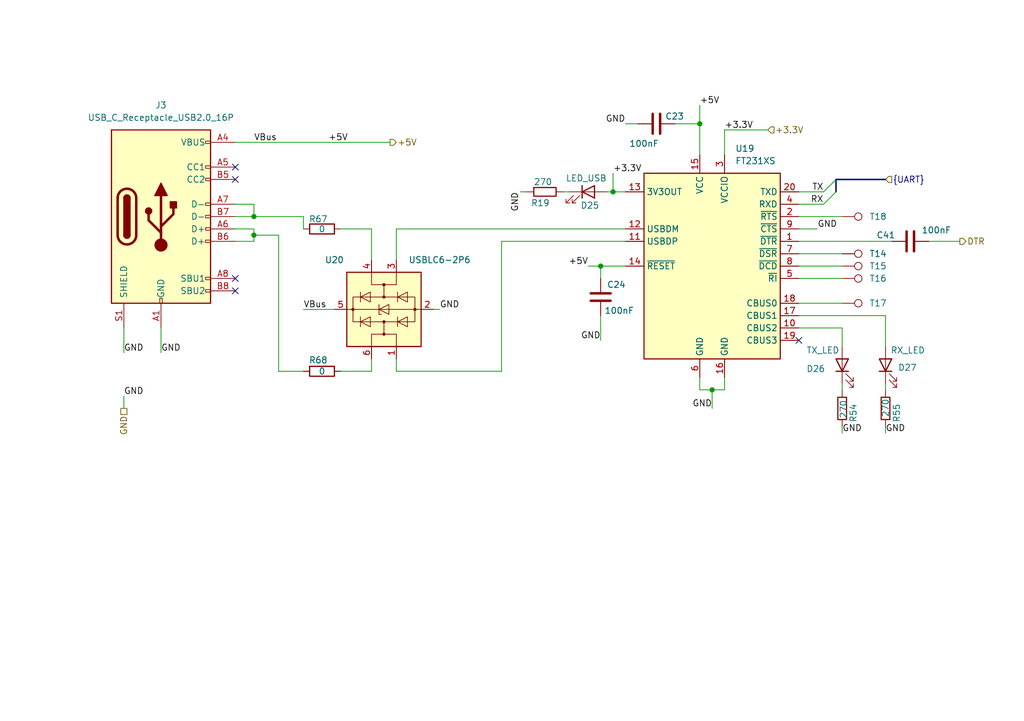
<source format=kicad_sch>
(kicad_sch (version 20231120) (generator "eeschema") (generator_version "8.0")
  (paper "A5")
  (title_block (title "Programming connector") (date "2024-04-17") (rev "1.0"))
  (lib_symbols
    (symbol "Connector:TestPoint" (pin_numbers hide) (pin_names (offset 0.762) hide)
      (property "Reference" "TP" (at 0 6.858 0))
      (property "Value" "TestPoint" (at 0 5.08 0))
      (symbol "TestPoint_0_1"
        (circle (center 0 3.302) (radius 0.762))
      )
      (symbol "TestPoint_1_1"
        (pin passive line (at 0 0 90) (length 2.54) (name "1") (number "1"))
      )
    )
    (symbol "Connector:USB_C_Receptacle_USB2.0_16P" (pin_names (offset 1.016))
      (property "Reference" "J" (at 0 22.225 0))
      (property "Value" "USB_C_Receptacle_USB2.0_16P" (at 0 19.685 0))
      (symbol "USB_C_Receptacle_USB2.0_16P_0_0"
        (rectangle (start -0.254 -17.78) (end 0.254 -16.764))
        (rectangle (start 10.16 -14.986) (end 9.144 -15.494))
        (rectangle (start 10.16 -12.446) (end 9.144 -12.954))
        (rectangle (start 10.16 -4.826) (end 9.144 -5.334))
        (rectangle (start 10.16 -2.286) (end 9.144 -2.794))
        (rectangle (start 10.16 0.254) (end 9.144 -0.254))
        (rectangle (start 10.16 2.794) (end 9.144 2.286))
        (rectangle (start 10.16 7.874) (end 9.144 7.366))
        (rectangle (start 10.16 10.414) (end 9.144 9.906))
        (rectangle (start 10.16 15.494) (end 9.144 14.986))
      )
      (symbol "USB_C_Receptacle_USB2.0_16P_0_1"
        (rectangle (start -10.16 17.78) (end 10.16 -17.78) (stroke (width 0.254)) (fill (type background)))
        (arc (start -8.89 -3.81) (mid -6.985 -5.7067) (end -5.08 -3.81) (stroke (width 0.508)))
        (arc (start -7.62 -3.81) (mid -6.985 -4.4423) (end -6.35 -3.81) (stroke (width 0.254)))
        (arc (start -7.62 -3.81) (mid -6.985 -4.4423) (end -6.35 -3.81) (stroke (width 0.254)) (fill (type outline)))
        (rectangle (start -7.62 -3.81) (end -6.35 3.81) (stroke (width 0.254)) (fill (type outline)))
        (arc (start -6.35 3.81) (mid -6.985 4.4423) (end -7.62 3.81) (stroke (width 0.254)))
        (arc (start -6.35 3.81) (mid -6.985 4.4423) (end -7.62 3.81) (stroke (width 0.254)) (fill (type outline)))
        (arc (start -5.08 3.81) (mid -6.985 5.7067) (end -8.89 3.81) (stroke (width 0.508)))
        (circle (center -2.54 1.143) (radius 0.635) (stroke (width 0.254)) (fill (type outline)))
        (circle (center 0 -5.842) (radius 1.27) (fill (type outline)))
        (polyline (pts (xy -8.89 -3.81) (xy -8.89 3.81)) (stroke (width 0.508)))
        (polyline (pts (xy -5.08 3.81) (xy -5.08 -3.81)) (stroke (width 0.508)))
        (polyline (pts (xy 0 -5.842) (xy 0 4.318)) (stroke (width 0.508)))
        (polyline (pts (xy 0 -3.302) (xy -2.54 -0.762) (xy -2.54 0.508)) (stroke (width 0.508)))
        (polyline (pts (xy 0 -2.032) (xy 2.54 0.508) (xy 2.54 1.778)) (stroke (width 0.508)))
        (polyline (pts (xy -1.27 4.318) (xy 0 6.858) (xy 1.27 4.318) (xy -1.27 4.318)) (stroke (width 0.254)) (fill (type outline)))
        (rectangle (start 1.905 1.778) (end 3.175 3.048) (stroke (width 0.254)) (fill (type outline)))
      )
      (symbol "USB_C_Receptacle_USB2.0_16P_1_1"
        (pin passive line (at 0 -22.86 90) (length 5.08) (name "GND") (number "A1"))
        (pin passive line (at 0 -22.86 90) (length 5.08) hide (name "GND") (number "A12"))
        (pin passive line (at 15.24 15.24 180) (length 5.08) (name "VBUS") (number "A4"))
        (pin bidirectional line (at 15.24 10.16 180) (length 5.08) (name "CC1") (number "A5"))
        (pin bidirectional line (at 15.24 -2.54 180) (length 5.08) (name "D+") (number "A6"))
        (pin bidirectional line (at 15.24 2.54 180) (length 5.08) (name "D-") (number "A7"))
        (pin bidirectional line (at 15.24 -12.7 180) (length 5.08) (name "SBU1") (number "A8"))
        (pin passive line (at 15.24 15.24 180) (length 5.08) hide (name "VBUS") (number "A9"))
        (pin passive line (at 0 -22.86 90) (length 5.08) hide (name "GND") (number "B1"))
        (pin passive line (at 0 -22.86 90) (length 5.08) hide (name "GND") (number "B12"))
        (pin passive line (at 15.24 15.24 180) (length 5.08) hide (name "VBUS") (number "B4"))
        (pin bidirectional line (at 15.24 7.62 180) (length 5.08) (name "CC2") (number "B5"))
        (pin bidirectional line (at 15.24 -5.08 180) (length 5.08) (name "D+") (number "B6"))
        (pin bidirectional line (at 15.24 0 180) (length 5.08) (name "D-") (number "B7"))
        (pin bidirectional line (at 15.24 -15.24 180) (length 5.08) (name "SBU2") (number "B8"))
        (pin passive line (at 15.24 15.24 180) (length 5.08) hide (name "VBUS") (number "B9"))
        (pin passive line (at -7.62 -22.86 90) (length 5.08) (name "SHIELD") (number "S1"))
      )
    )
    (symbol "Device:C" (pin_numbers hide) (pin_names (offset 0.254))
      (property "Reference" "C" (at 0.635 2.54 0))
      (property "Value" "C" (at 0.635 -2.54 0))
      (symbol "C_0_1"
        (polyline (pts (xy -2.032 -0.762) (xy 2.032 -0.762)) (stroke (width 0.508)))
        (polyline (pts (xy -2.032 0.762) (xy 2.032 0.762)) (stroke (width 0.508)))
      )
      (symbol "C_1_1"
        (pin passive line (at 0 3.81 270) (length 2.794) (name "~") (number "1"))
        (pin passive line (at 0 -3.81 90) (length 2.794) (name "~") (number "2"))
      )
    )
    (symbol "Device:LED" (pin_numbers hide) (pin_names (offset 1.016) hide)
      (property "Reference" "D" (at 0 2.54 0))
      (property "Value" "LED" (at 0 -2.54 0))
      (symbol "LED_0_1"
        (polyline (pts (xy -1.27 -1.27) (xy -1.27 1.27)) (stroke (width 0.254)))
        (polyline (pts (xy -1.27 0) (xy 1.27 0)))
        (polyline (pts (xy 1.27 -1.27) (xy 1.27 1.27) (xy -1.27 0) (xy 1.27 -1.27)) (stroke (width 0.254)))
        (polyline (pts (xy -3.048 -0.762) (xy -4.572 -2.286) (xy -3.81 -2.286) (xy -4.572 -2.286) (xy -4.572 -1.524)))
        (polyline (pts (xy -1.778 -0.762) (xy -3.302 -2.286) (xy -2.54 -2.286) (xy -3.302 -2.286) (xy -3.302 -1.524)))
      )
      (symbol "LED_1_1"
        (pin passive line (at -3.81 0 0) (length 2.54) (name "K") (number "1"))
        (pin passive line (at 3.81 0 180) (length 2.54) (name "A") (number "2"))
      )
    )
    (symbol "Device:R" (pin_numbers hide) (pin_names (offset 0))
      (property "Reference" "R" (at 2.032 0 90))
      (property "Value" "R" (at 0 0 90))
      (symbol "R_0_1"
        (rectangle (start -1.016 -2.54) (end 1.016 2.54) (stroke (width 0.254)))
      )
      (symbol "R_1_1"
        (pin passive line (at 0 3.81 270) (length 1.27) (name "~") (number "1"))
        (pin passive line (at 0 -3.81 90) (length 1.27) (name "~") (number "2"))
      )
    )
    (symbol "Interface_USB:FT231XS"
      (property "Reference" "U" (at -13.97 20.32 0))
      (property "Value" "FT231XS" (at 7.62 20.32 0))
      (symbol "FT231XS_0_1"
        (rectangle (start -13.97 19.05) (end 13.97 -19.05) (stroke (width 0.254)) (fill (type background)))
      )
      (symbol "FT231XS_1_1"
        (pin output line (at 17.78 5.08 180) (length 3.81) (name "~{DTR}") (number "1"))
        (pin bidirectional line (at 17.78 -12.7 180) (length 3.81) (name "CBUS2") (number "10"))
        (pin bidirectional line (at -17.78 5.08 0) (length 3.81) (name "USBDP") (number "11"))
        (pin bidirectional line (at -17.78 7.62 0) (length 3.81) (name "USBDM") (number "12"))
        (pin power_out line (at -17.78 15.24 0) (length 3.81) (name "3V3OUT") (number "13"))
        (pin input line (at -17.78 0 0) (length 3.81) (name "~{RESET}") (number "14"))
        (pin power_in line (at -2.54 22.86 270) (length 3.81) (name "VCC") (number "15"))
        (pin power_in line (at 2.54 -22.86 90) (length 3.81) (name "GND") (number "16"))
        (pin bidirectional line (at 17.78 -10.16 180) (length 3.81) (name "CBUS1") (number "17"))
        (pin bidirectional line (at 17.78 -7.62 180) (length 3.81) (name "CBUS0") (number "18"))
        (pin bidirectional line (at 17.78 -15.24 180) (length 3.81) (name "CBUS3") (number "19"))
        (pin output line (at 17.78 10.16 180) (length 3.81) (name "~{RTS}") (number "2"))
        (pin output line (at 17.78 15.24 180) (length 3.81) (name "TXD") (number "20"))
        (pin power_in line (at 2.54 22.86 270) (length 3.81) (name "VCCIO") (number "3"))
        (pin input line (at 17.78 12.7 180) (length 3.81) (name "RXD") (number "4"))
        (pin input line (at 17.78 -2.54 180) (length 3.81) (name "~{RI}") (number "5"))
        (pin power_in line (at -2.54 -22.86 90) (length 3.81) (name "GND") (number "6"))
        (pin input line (at 17.78 2.54 180) (length 3.81) (name "~{DSR}") (number "7"))
        (pin input line (at 17.78 0 180) (length 3.81) (name "~{DCD}") (number "8"))
        (pin input line (at 17.78 7.62 180) (length 3.81) (name "~{CTS}") (number "9"))
      )
    )
    (symbol "PCM_SL_Devices:Resistor_0.5W"
      (property "Reference" "R" (at 0 5.08 0))
      (property "Value" "Resistor_0.5W" (at 0 2.54 0))
      (symbol "Resistor_0.5W_0_1"
        (rectangle (start -2.286 0.889) (end 2.286 -0.889) (stroke (width 0.24)))
      )
      (symbol "Resistor_0.5W_1_1"
        (pin passive line (at -3.81 0 0) (length 1.5) (name "") (number "1"))
        (pin passive line (at 3.81 0 180) (length 1.5) (name "~") (number "2"))
      )
    )
    (symbol "Power_Protection:USBLC6-2P6" (pin_names hide)
      (property "Reference" "U" (at 2.54 8.89 0))
      (property "Value" "USBLC6-2P6" (at 2.54 -8.89 0))
      (symbol "USBLC6-2P6_0_1"
        (rectangle (start -7.62 -7.62) (end 7.62 7.62) (stroke (width 0.254)) (fill (type background)))
        (circle (center -5.08 0) (radius 0.254) (fill (type outline)))
        (circle (center -2.54 0) (radius 0.254) (fill (type outline)))
        (rectangle (start -2.54 6.35) (end 2.54 -6.35))
        (circle (center 0 -6.35) (radius 0.254) (fill (type outline)))
        (polyline (pts (xy -5.08 -2.54) (xy -7.62 -2.54)))
        (polyline (pts (xy -5.08 0) (xy -5.08 -2.54)))
        (polyline (pts (xy -5.08 2.54) (xy -7.62 2.54)))
        (polyline (pts (xy -1.524 -2.794) (xy -3.556 -2.794)))
        (polyline (pts (xy -1.524 4.826) (xy -3.556 4.826)))
        (polyline (pts (xy 0 -7.62) (xy 0 -6.35)))
        (polyline (pts (xy 0 -6.35) (xy 0 1.27)))
        (polyline (pts (xy 0 1.27) (xy 0 6.35)))
        (polyline (pts (xy 0 6.35) (xy 0 7.62)))
        (polyline (pts (xy 1.524 -2.794) (xy 3.556 -2.794)))
        (polyline (pts (xy 1.524 4.826) (xy 3.556 4.826)))
        (polyline (pts (xy 5.08 -2.54) (xy 7.62 -2.54)))
        (polyline (pts (xy 5.08 0) (xy 5.08 -2.54)))
        (polyline (pts (xy 5.08 2.54) (xy 7.62 2.54)))
        (polyline (pts (xy -2.54 0) (xy -5.08 0) (xy -5.08 2.54)))
        (polyline (pts (xy 2.54 0) (xy 5.08 0) (xy 5.08 2.54)))
        (polyline (pts (xy -3.556 -4.826) (xy -1.524 -4.826) (xy -2.54 -2.794) (xy -3.556 -4.826)))
        (polyline (pts (xy -3.556 2.794) (xy -1.524 2.794) (xy -2.54 4.826) (xy -3.556 2.794)))
        (polyline (pts (xy -1.016 -1.016) (xy 1.016 -1.016) (xy 0 1.016) (xy -1.016 -1.016)))
        (polyline (pts (xy 1.016 1.016) (xy 0.762 1.016) (xy -1.016 1.016) (xy -1.016 0.508)))
        (polyline (pts (xy 3.556 -4.826) (xy 1.524 -4.826) (xy 2.54 -2.794) (xy 3.556 -4.826)))
        (polyline (pts (xy 3.556 2.794) (xy 1.524 2.794) (xy 2.54 4.826) (xy 3.556 2.794)))
        (circle (center 0 6.35) (radius 0.254) (fill (type outline)))
        (circle (center 2.54 0) (radius 0.254) (fill (type outline)))
        (circle (center 5.08 0) (radius 0.254) (fill (type outline)))
      )
      (symbol "USBLC6-2P6_1_1"
        (pin passive line (at -10.16 -2.54 0) (length 2.54) (name "I/O1") (number "1"))
        (pin passive line (at 0 -10.16 90) (length 2.54) (name "GND") (number "2"))
        (pin passive line (at 10.16 -2.54 180) (length 2.54) (name "I/O2") (number "3"))
        (pin passive line (at 10.16 2.54 180) (length 2.54) (name "I/O2") (number "4"))
        (pin passive line (at 0 10.16 270) (length 2.54) (name "VBUS") (number "5"))
        (pin passive line (at -10.16 2.54 0) (length 2.54) (name "I/O1") (number "6"))
      )
    )
  )
  (junction (at 52.07 48.26))
  (junction (at 146.05 80.01))
  (junction (at 143.51 25.4))
  (junction (at 123.19 54.61))
  (junction (at 52.07 44.45))
  (junction (at 125.73 39.37))
  (no_connect (at 48.26 34.29))
  (no_connect (at 163.83 69.85))
  (no_connect (at 48.26 57.15))
  (no_connect (at 48.26 59.69))
  (no_connect (at 48.26 36.83))
  (bus_entry (at 171.45 39.37) (size -2.54 2.54))
  (bus_entry (at 171.45 36.83) (size -2.54 2.54))
  (wire (pts (xy 163.83 67.31) (xy 172.72 67.31)))
  (wire (pts (xy 128.27 25.4) (xy 130.81 25.4)))
  (wire (pts (xy 146.05 80.01) (xy 146.05 83.82)))
  (bus (pts (xy 181.61 36.83) (xy 171.45 36.83)))
  (wire (pts (xy 125.73 35.56) (xy 125.73 39.37)))
  (wire (pts (xy 52.07 44.45) (xy 62.23 44.45)))
  (wire (pts (xy 163.83 39.37) (xy 168.91 39.37)))
  (wire (pts (xy 181.61 87.63) (xy 181.61 88.9)))
  (wire (pts (xy 57.15 48.26) (xy 52.07 48.26)))
  (wire (pts (xy 76.2 76.2) (xy 76.2 73.66)))
  (wire (pts (xy 48.26 49.53) (xy 52.07 49.53)))
  (wire (pts (xy 102.87 49.53) (xy 128.27 49.53)))
  (wire (pts (xy 143.51 25.4) (xy 143.51 31.75)))
  (wire (pts (xy 148.59 26.67) (xy 157.48 26.67)))
  (wire (pts (xy 148.59 26.67) (xy 148.59 31.75)))
  (wire (pts (xy 163.83 62.23) (xy 172.72 62.23)))
  (wire (pts (xy 76.2 46.99) (xy 76.2 53.34)))
  (wire (pts (xy 102.87 49.53) (xy 102.87 76.2)))
  (wire (pts (xy 69.85 76.2) (xy 76.2 76.2)))
  (wire (pts (xy 52.07 48.26) (xy 52.07 46.99)))
  (wire (pts (xy 69.85 46.99) (xy 76.2 46.99)))
  (wire (pts (xy 52.07 41.91) (xy 52.07 44.45)))
  (bus (pts (xy 171.45 39.37) (xy 171.45 36.83)))
  (wire (pts (xy 163.83 52.07) (xy 172.72 52.07)))
  (wire (pts (xy 143.51 77.47) (xy 143.51 80.01)))
  (wire (pts (xy 163.83 54.61) (xy 172.72 54.61)))
  (wire (pts (xy 48.26 46.99) (xy 52.07 46.99)))
  (wire (pts (xy 62.23 63.5) (xy 68.58 63.5)))
  (wire (pts (xy 116.84 39.37) (xy 115.57 39.37)))
  (wire (pts (xy 52.07 49.53) (xy 52.07 48.26)))
  (wire (pts (xy 163.83 41.91) (xy 168.91 41.91)))
  (wire (pts (xy 143.51 25.4) (xy 143.51 21.59)))
  (wire (pts (xy 48.26 29.21) (xy 80.01 29.21)))
  (wire (pts (xy 123.19 54.61) (xy 123.19 57.15)))
  (wire (pts (xy 25.4 67.31) (xy 25.4 72.39)))
  (wire (pts (xy 190.5 49.53) (xy 196.85 49.53)))
  (wire (pts (xy 81.28 73.66) (xy 81.28 76.2)))
  (wire (pts (xy 143.51 80.01) (xy 146.05 80.01)))
  (wire (pts (xy 128.27 39.37) (xy 125.73 39.37)))
  (wire (pts (xy 88.9 63.5) (xy 90.17 63.5)))
  (wire (pts (xy 125.73 39.37) (xy 124.46 39.37)))
  (wire (pts (xy 163.83 64.77) (xy 181.61 64.77)))
  (wire (pts (xy 163.83 49.53) (xy 182.88 49.53)))
  (wire (pts (xy 123.19 64.77) (xy 123.19 69.85)))
  (wire (pts (xy 48.26 41.91) (xy 52.07 41.91)))
  (wire (pts (xy 163.83 44.45) (xy 172.72 44.45)))
  (wire (pts (xy 123.19 54.61) (xy 128.27 54.61)))
  (wire (pts (xy 81.28 46.99) (xy 128.27 46.99)))
  (wire (pts (xy 148.59 77.47) (xy 148.59 80.01)))
  (wire (pts (xy 107.95 39.37) (xy 106.68 39.37)))
  (wire (pts (xy 163.83 46.99) (xy 167.64 46.99)))
  (wire (pts (xy 181.61 78.74) (xy 181.61 80.01)))
  (wire (pts (xy 62.23 46.99) (xy 62.23 44.45)))
  (wire (pts (xy 81.28 53.34) (xy 81.28 46.99)))
  (wire (pts (xy 57.15 76.2) (xy 62.23 76.2)))
  (wire (pts (xy 57.15 76.2) (xy 57.15 48.26)))
  (wire (pts (xy 172.72 67.31) (xy 172.72 71.12)))
  (wire (pts (xy 181.61 64.77) (xy 181.61 71.12)))
  (wire (pts (xy 48.26 44.45) (xy 52.07 44.45)))
  (wire (pts (xy 33.02 67.31) (xy 33.02 72.39)))
  (wire (pts (xy 163.83 57.15) (xy 172.72 57.15)))
  (wire (pts (xy 120.65 54.61) (xy 123.19 54.61)))
  (wire (pts (xy 172.72 87.63) (xy 172.72 88.9)))
  (wire (pts (xy 25.4 81.28) (xy 25.4 83.82)))
  (wire (pts (xy 148.59 80.01) (xy 146.05 80.01)))
  (wire (pts (xy 138.43 25.4) (xy 143.51 25.4)))
  (wire (pts (xy 81.28 76.2) (xy 102.87 76.2)))
  (wire (pts (xy 172.72 78.74) (xy 172.72 80.01)))
  (label "+5V" (at 67.31 29.21 0))
  (label "GND" (at 25.4 72.39 0))
  (label "VBus" (at 62.23 63.5 0))
  (label "GND" (at 181.61 88.9 0))
  (label "GND" (at 106.68 39.37 270))
  (label "GND" (at 90.17 63.5 0))
  (label "+5V" (at 120.65 54.61 180))
  (label "GND" (at 33.02 72.39 0))
  (label "GND" (at 123.19 69.85 180))
  (label "RX" (at 168.91 41.91 180))
  (label "GND" (at 167.64 46.99 0))
  (label "VBus" (at 52.07 29.21 0))
  (label "+3.3V" (at 148.59 26.67 0))
  (label "+5V" (at 143.51 21.59 0))
  (label "GND" (at 172.72 88.9 0))
  (label "GND" (at 25.4 81.28 0))
  (label "TX" (at 168.91 39.37 180))
  (label "GND" (at 146.05 83.82 180))
  (label "GND" (at 128.27 25.4 180))
  (label "+3.3V" (at 125.73 35.56 0))
  (hierarchical_label "+5V" (shape output) (at 80.01 29.21 0))
  (hierarchical_label "+3.3V" (shape input) (at 157.48 26.67 0))
  (hierarchical_label "DTR" (shape output) (at 196.85 49.53 0))
  (hierarchical_label "{UART}" (shape input) (at 181.61 36.83 0))
  (hierarchical_label "GND" (shape passive) (at 25.4 83.82 270))
  (symbol (lib_id "PCM_SL_Devices:Resistor_0.5W") (at 172.72 83.82 270) (unit 1)
    (property "Reference" "R54" (at 175.006 82.804 0) (effects (justify left)))
    (property "Value" "270" (at 172.974 82.042 0) (effects (justify left)))
    (property "Footprint" "Resistor_SMD:R_0603_1608Metric" (effects (hide yes)))
  )
  (symbol (lib_id "Connector:TestPoint") (at 172.72 44.45 270) (unit 1)
    (property "Reference" "T18" (at 180.086 44.45 90))
    (property "Value" "TP" (effects (hide yes)))
    (property "Footprint" "TestPoint:TestPoint_Pad_D1.0mm" (effects (hide yes)))
    (property "Description" "test point" (effects (hide yes)))
  )
  (symbol (lib_id "Device:LED") (at 181.61 74.93 90) (unit 1)
    (property "Reference" "D27" (at 184.15 75.438 90) (effects (justify right)))
    (property "Value" "RX_LED" (at 182.626 71.882 90) (effects (justify right)))
    (property "Footprint" "LED_SMD:LED_0603_1608Metric" (effects (hide yes)))
  )
  (symbol (lib_id "Connector:USB_C_Receptacle_USB2.0_16P") (at 33.02 44.45 0) (unit 1)
    (property "Reference" "J3" (at 33.02 21.59 0))
    (property "Value" "USB_C_Receptacle_USB2.0_16P" (at 33.02 24.13 0))
    (property "Footprint" "Connector_USB:USB_C_Receptacle_GCT_USB4085" (effects (hide yes)))
    (property "Datasheet" "https://www.usb.org/sites/default/files/documents/usb_type-c.zip" (effects (hide yes)))
    (property "Description" "USB 2.0-only 16P Type-C Receptacle connector" (effects (hide yes)))
  )
  (symbol (lib_id "Device:R") (at 66.04 46.99 90) (unit 1)
    (property "Reference" "R67" (at 65.278 44.958 90))
    (property "Value" "0" (at 66.04 46.99 90))
    (property "Footprint" "Resistor_SMD:R_0603_1608Metric" (effects (hide yes)))
  )
  (symbol (lib_id "Connector:TestPoint") (at 172.72 52.07 270) (unit 1)
    (property "Reference" "T14" (at 180.086 52.07 90))
    (property "Value" "TP" (effects (hide yes)))
    (property "Footprint" "TestPoint:TestPoint_Pad_D1.0mm" (effects (hide yes)))
    (property "Description" "test point" (effects (hide yes)))
  )
  (symbol (lib_id "Device:C") (at 134.62 25.4 270) (unit 1)
    (property "Reference" "C23" (at 136.398 23.876 90) (effects (justify left)))
    (property "Value" "100nF" (at 129.032 29.464 90) (effects (justify left)))
    (property "Footprint" "Capacitor_SMD:C_0603_1608Metric" (effects (hide yes)))
  )
  (symbol (lib_id "PCM_SL_Devices:Resistor_0.5W") (at 181.61 83.82 270) (unit 1)
    (property "Reference" "R55" (at 183.896 82.804 0) (effects (justify left)))
    (property "Value" "270" (at 181.61 81.788 0) (effects (justify left)))
    (property "Footprint" "Resistor_SMD:R_0603_1608Metric" (effects (hide yes)))
  )
  (symbol (lib_id "Device:C") (at 123.19 60.96 0) (unit 1)
    (property "Reference" "C24" (at 124.46 58.42 0) (effects (justify left)))
    (property "Value" "100nF" (at 123.952 63.754 0) (effects (justify left)))
    (property "Footprint" "Capacitor_SMD:C_0603_1608Metric" (effects (hide yes)))
  )
  (symbol (lib_id "Device:C") (at 186.69 49.53 90) (unit 1)
    (property "Reference" "C41" (at 183.642 48.26 90) (effects (justify left)))
    (property "Value" "100nF" (at 195.072 47.244 90) (effects (justify left)))
    (property "Footprint" "Capacitor_SMD:C_0603_1608Metric" (effects (hide yes)))
  )
  (symbol (lib_id "Connector:TestPoint") (at 172.72 54.61 270) (unit 1)
    (property "Reference" "T15" (at 180.086 54.61 90))
    (property "Value" "TP" (effects (hide yes)))
    (property "Footprint" "TestPoint:TestPoint_Pad_D1.0mm" (effects (hide yes)))
    (property "Description" "test point" (effects (hide yes)))
  )
  (symbol (lib_id "Device:LED") (at 172.72 74.93 90) (unit 1)
    (property "Reference" "D26" (at 165.354 75.692 90) (effects (justify right)))
    (property "Value" "TX_LED" (at 165.354 71.882 90) (effects (justify right)))
    (property "Footprint" "LED_SMD:LED_0603_1608Metric" (effects (hide yes)))
  )
  (symbol (lib_id "Interface_USB:FT231XS") (at 146.05 54.61 0) (unit 1)
    (property "Reference" "U19" (at 150.7841 30.48 0) (effects (justify left)))
    (property "Value" "FT231XS" (at 150.7841 33.02 0) (effects (justify left)))
    (property "Footprint" "Package_SO:SSOP-20_3.9x8.7mm_P0.635mm" (effects (hide yes)))
    (property "Datasheet" "https://www.ftdichip.com/Support/Documents/DataSheets/ICs/DS_FT231X.pdf" (effects (hide yes)))
    (property "Description" "Full Speed USB to Full Handshake UART, SSOP-20" (effects (hide yes)))
  )
  (symbol (lib_id "PCM_SL_Devices:Resistor_0.5W") (at 111.76 39.37 180) (unit 1)
    (property "Reference" "R19" (at 112.776 41.656 0) (effects (justify left)))
    (property "Value" "270" (at 113.284 37.338 0) (effects (justify left)))
    (property "Footprint" "Resistor_SMD:R_0603_1608Metric" (effects (hide yes)))
  )
  (symbol (lib_id "Connector:TestPoint") (at 172.72 62.23 270) (unit 1)
    (property "Reference" "T17" (at 180.086 62.23 90))
    (property "Value" "TP" (effects (hide yes)))
    (property "Footprint" "TestPoint:TestPoint_Pad_D1.0mm" (effects (hide yes)))
    (property "Description" "test point" (effects (hide yes)))
  )
  (symbol (lib_id "Device:R") (at 66.04 76.2 90) (unit 1)
    (property "Reference" "R68" (at 65.278 73.914 90))
    (property "Value" "0" (at 66.04 76.2 90))
    (property "Footprint" "Resistor_SMD:R_0603_1608Metric" (effects (hide yes)))
  )
  (symbol (lib_id "Power_Protection:USBLC6-2P6") (at 78.74 63.5 90) (unit 1)
    (property "Reference" "U20" (at 68.58 53.34 90))
    (property "Value" "USBLC6-2P6" (at 90.17 53.34 90))
    (property "Footprint" "Package_TO_SOT_SMD:SOT-666" (effects (hide yes)))
    (property "Datasheet" "https://www.st.com/resource/en/datasheet/usblc6-2.pdf" (effects (hide yes)))
  )
  (symbol (lib_id "Connector:TestPoint") (at 172.72 57.15 270) (unit 1)
    (property "Reference" "T16" (at 180.086 57.15 90))
    (property "Value" "TP" (effects (hide yes)))
    (property "Footprint" "TestPoint:TestPoint_Pad_D1.0mm" (effects (hide yes)))
    (property "Description" "test point" (effects (hide yes)))
  )
  (symbol (lib_id "Device:LED") (at 120.65 39.37 0) (unit 1)
    (property "Reference" "D25" (at 122.936 42.164 0) (effects (justify right)))
    (property "Value" "LED_USB" (at 124.46 36.576 0) (effects (justify right)))
    (property "Footprint" "LED_SMD:LED_0603_1608Metric" (effects (hide yes)))
  )
)
</source>
